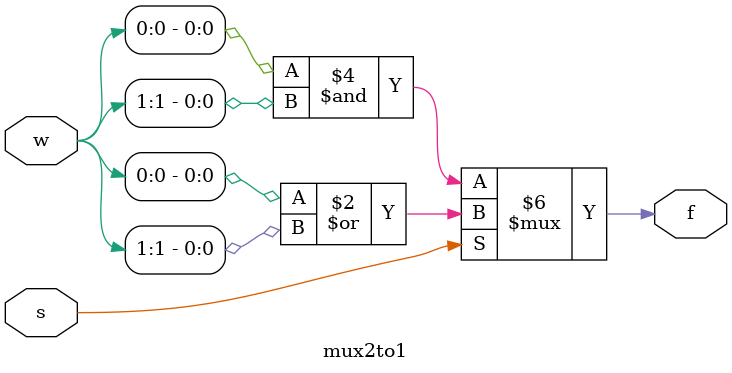
<source format=v>
module q2a(w,f);
    input [2:0] w;
    output f;

    mux2to1 stage0(w[1:0],w[2],f);

endmodule

module mux2to1(w,s,f);
    input [1:0] w;
    input s;
    output reg f;

    always @(w or s)
    begin 
        f = w[0] | w[1];
        if(s == 0)
            f = w[0] & w[1];
    end
endmodule


</source>
